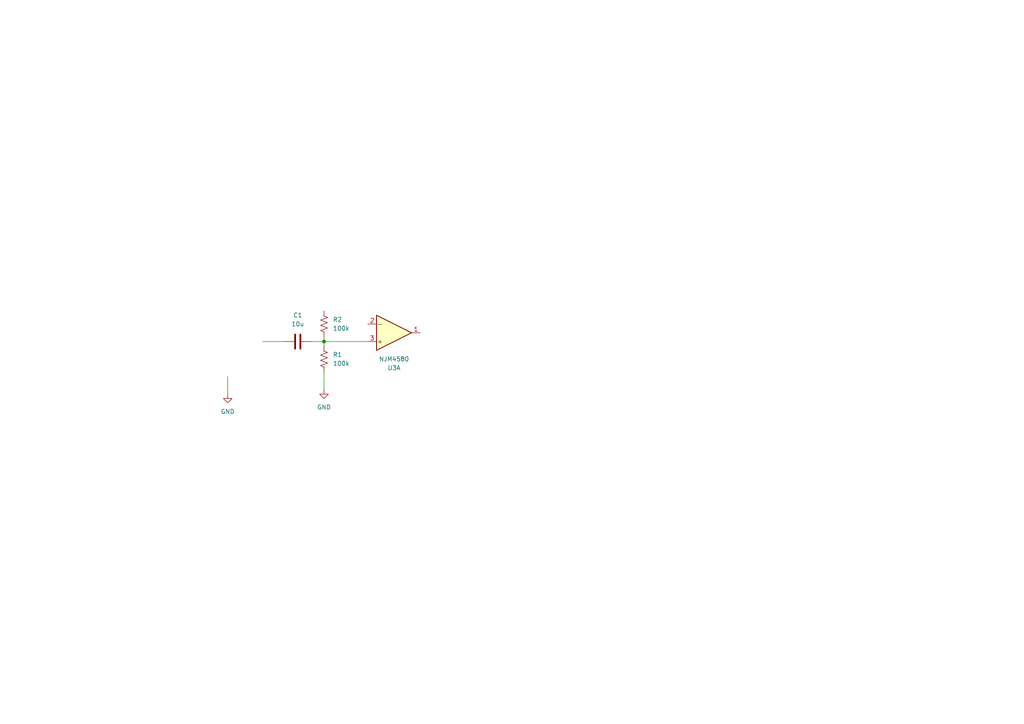
<source format=kicad_sch>
(kicad_sch (version 20230121) (generator eeschema)
  (paper "A4")
  (lib_symbols
    (symbol "Amplifier_Operational:NJM4580" (pin_names (offset 0.127))
      (property "Reference" "U" (at 0 5.08 0))
      (property "Value" "NJM4580" (at 0 -5.08 0))
      (symbol "NJM4580_1_1"
        (polyline (pts (xy -5.08 5.08) (xy 5.08 0) (xy -5.08 -5.08) (xy -5.08 5.08)) (stroke (width 0.254)) (fill (type background)))
        (pin output line (at 7.62 0 180) (length 2.54) (name "~") (number "1"))
        (pin input line (at -7.62 -2.54 0) (length 2.54) (name "-") (number "2"))
        (pin input line (at -7.62 2.54 0) (length 2.54) (name "+") (number "3"))
      )
      (symbol "NJM4580_2_1"
        (polyline (pts (xy -5.08 5.08) (xy 5.08 0) (xy -5.08 -5.08) (xy -5.08 5.08)) (stroke (width 0.254)) (fill (type background)))
        (pin input line (at -7.62 2.54 0) (length 2.54) (name "+") (number "5"))
        (pin input line (at -7.62 -2.54 0) (length 2.54) (name "-") (number "6"))
        (pin output line (at 7.62 0 180) (length 2.54) (name "~") (number "7"))
      )
      (symbol "NJM4580_3_1"
        (pin power_in line (at -2.54 -7.62 90) (length 3.81) (name "V-") (number "4"))
        (pin power_in line (at -2.54 7.62 270) (length 3.81) (name "V+") (number "8"))
      )
    )
    (symbol "Device:C" (pin_numbers hide) (pin_names (offset 0.254))
      (property "Reference" "C" (at 0.635 2.54 0))
      (property "Value" "C" (at 0.635 -2.54 0))
      (symbol "C_0_1"
        (polyline (pts (xy -2.032 -0.762) (xy 2.032 -0.762)) (stroke (width 0.508)))
        (polyline (pts (xy -2.032 0.762) (xy 2.032 0.762)) (stroke (width 0.508)))
      )
      (symbol "C_1_1"
        (pin passive line (at 0 3.81 270) (length 2.794) (name "~") (number "1"))
        (pin passive line (at 0 -3.81 90) (length 2.794) (name "~") (number "2"))
      )
    )
    (symbol "Device:R_US" (pin_numbers hide) (pin_names (offset 0))
      (property "Reference" "R" (at 2.54 0 90))
      (property "Value" "R_US" (at -2.54 0 90))
      (symbol "R_US_0_1"
        (polyline (pts (xy 0 -2.286) (xy 0 -2.54)))
        (polyline (pts (xy 0 2.286) (xy 0 2.54)))
        (polyline (pts (xy 0 -0.762) (xy 1.016 -1.143) (xy 0 -1.524) (xy -1.016 -1.905) (xy 0 -2.286)))
        (polyline (pts (xy 0 0.762) (xy 1.016 0.381) (xy 0 0) (xy -1.016 -0.381) (xy 0 -0.762)))
        (polyline (pts (xy 0 2.286) (xy 1.016 1.905) (xy 0 1.524) (xy -1.016 1.143) (xy 0 0.762)))
      )
      (symbol "R_US_1_1"
        (pin passive line (at 0 3.81 270) (length 1.27) (name "~") (number "1"))
        (pin passive line (at 0 -3.81 90) (length 1.27) (name "~") (number "2"))
      )
    )
    (symbol "power:GND" (power) (pin_names (offset 0))
      (property "Value" "GND" (at 0 -3.81 0))
      (symbol "GND_0_1"
        (polyline (pts (xy 0 0) (xy 0 -1.27) (xy 1.27 -1.27) (xy 0 -2.54) (xy -1.27 -1.27) (xy 0 -1.27)))
      )
      (symbol "GND_1_1"
        (pin power_in line (at 0 0 270) (length 0) hide (name "GND") (number "1"))
      )
    )
  )
  (junction (at 93.98 99.06))
  (wire (pts (xy 93.98 99.06) (xy 93.98 100.33)))
  (wire (pts (xy 93.98 99.06) (xy 106.68 99.06)))
  (wire (pts (xy 76.2 99.06) (xy 82.55 99.06)))
  (wire (pts (xy 93.98 97.79) (xy 93.98 99.06)))
  (wire (pts (xy 66.04 109.22) (xy 66.04 114.3)))
  (wire (pts (xy 93.98 107.95) (xy 93.98 113.03)))
  (wire (pts (xy 90.17 99.06) (xy 93.98 99.06)))
  (symbol (lib_id "Device:C") (at 86.36 99.06 90) (unit 1)
    (property "Reference" "C1" (at 86.36 91.44 90))
    (property "Value" "10u" (at 86.36 93.98 90))
  )
  (symbol (lib_id "power:GND") (at 93.98 113.03 0) (unit 1)
    (property "Reference" "#PWR01" (effects hide))
    (property "Value" "GND" (at 93.98 118.11 0))
  )
  (symbol (lib_id "Device:R_US") (at 93.98 104.14 0) (unit 1)
    (property "Reference" "R1" (at 96.52 102.87 0) (effects (justify left)))
    (property "Value" "100k" (at 96.52 105.41 0) (effects (justify left)))
    (property "Footprint" "Resistor_SMD:R_0805_2012Metric_Pad1.20x1.40mm_HandSolder" (effects hide))
  )
  (symbol (lib_id "Device:R_US") (at 93.98 93.98 0) (unit 1)
    (property "Reference" "R2" (at 96.52 92.71 0) (effects (justify left)))
    (property "Value" "100k" (at 96.52 95.25 0) (effects (justify left)))
    (property "Footprint" "Resistor_SMD:R_0805_2012Metric_Pad1.20x1.40mm_HandSolder" (effects hide))
  )
  (symbol (lib_id "power:GND") (at 66.04 114.3 0) (unit 1)
    (property "Reference" "#PWR02" (effects hide))
    (property "Value" "GND" (at 66.04 119.38 0))
  )
  (symbol (lib_id "Amplifier_Operational:NJM4580") (at 114.3 96.52 0) (mirror x) (unit 1)
    (property "Reference" "U3" (at 114.3 106.68 0))
    (property "Value" "NJM4580" (at 114.3 104.14 0))
    (property "Datasheet" "http://www.njr.com/semicon/PDF/NJM4580_E.pdf" (effects hide))
  )
)
</source>
